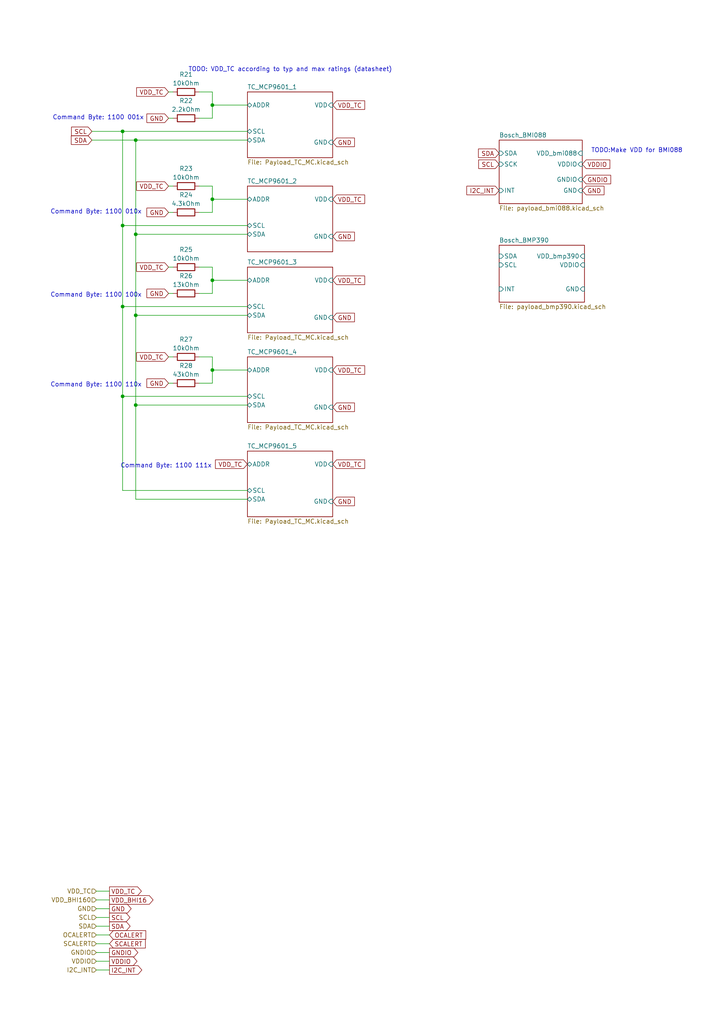
<source format=kicad_sch>
(kicad_sch (version 20230121) (generator eeschema)
  (paper "A4" portrait)
  (lib_symbols
    (symbol "Device:R" (pin_numbers hide) (pin_names (offset 0))
      (property "Reference" "R" (at 2.032 0 90))
      (property "Value" "R" (at 0 0 90))
      (symbol "R_0_1"
        (rectangle (start -1.016 -2.54) (end 1.016 2.54) (stroke (width 0.254)))
      )
      (symbol "R_1_1"
        (pin passive line (at 0 3.81 270) (length 1.27) (name "~") (number "1"))
        (pin passive line (at 0 -3.81 90) (length 1.27) (name "~") (number "2"))
      )
    )
  )
  (junction (at 39.37 40.64))
  (junction (at 61.595 81.28))
  (junction (at 61.595 57.785))
  (junction (at 61.595 30.48))
  (junction (at 39.37 117.475))
  (junction (at 35.56 114.935))
  (junction (at 39.37 67.945))
  (junction (at 61.595 107.315))
  (junction (at 35.56 88.9))
  (junction (at 35.56 38.1))
  (junction (at 39.37 91.44))
  (junction (at 35.56 65.405))
  (wire (pts (xy 48.895 103.505) (xy 50.165 103.505)))
  (wire (pts (xy 61.595 103.505) (xy 61.595 107.315)))
  (wire (pts (xy 61.595 81.28) (xy 61.595 85.09)))
  (wire (pts (xy 57.785 26.67) (xy 61.595 26.67)))
  (wire (pts (xy 57.785 77.47) (xy 61.595 77.47)))
  (wire (pts (xy 35.56 38.1) (xy 35.56 65.405)))
  (wire (pts (xy 35.56 142.24) (xy 35.56 114.935)))
  (wire (pts (xy 27.94 278.765) (xy 31.75 278.765)))
  (wire (pts (xy 48.895 26.67) (xy 50.165 26.67)))
  (wire (pts (xy 27.94 266.065) (xy 31.75 266.065)))
  (wire (pts (xy 35.56 65.405) (xy 35.56 88.9)))
  (wire (pts (xy 39.37 91.44) (xy 71.755 91.44)))
  (wire (pts (xy 71.755 57.785) (xy 61.595 57.785)))
  (wire (pts (xy 39.37 117.475) (xy 71.755 117.475)))
  (wire (pts (xy 39.37 40.64) (xy 39.37 67.945)))
  (wire (pts (xy 27.94 276.225) (xy 31.75 276.225)))
  (wire (pts (xy 48.895 53.975) (xy 50.165 53.975)))
  (wire (pts (xy 61.595 53.975) (xy 61.595 57.785)))
  (wire (pts (xy 39.37 67.945) (xy 39.37 91.44)))
  (wire (pts (xy 61.595 107.315) (xy 71.755 107.315)))
  (wire (pts (xy 27.94 263.525) (xy 31.75 263.525)))
  (wire (pts (xy 35.56 114.935) (xy 71.755 114.935)))
  (wire (pts (xy 48.895 85.09) (xy 50.165 85.09)))
  (wire (pts (xy 27.94 258.445) (xy 31.75 258.445)))
  (wire (pts (xy 48.895 111.125) (xy 50.165 111.125)))
  (wire (pts (xy 61.595 57.785) (xy 61.595 61.595)))
  (wire (pts (xy 27.94 268.605) (xy 31.75 268.605)))
  (wire (pts (xy 39.37 117.475) (xy 39.37 144.78)))
  (wire (pts (xy 27.94 273.685) (xy 31.75 273.685)))
  (wire (pts (xy 57.785 85.09) (xy 61.595 85.09)))
  (wire (pts (xy 35.56 88.9) (xy 35.56 114.935)))
  (wire (pts (xy 61.595 30.48) (xy 71.755 30.48)))
  (wire (pts (xy 48.895 61.595) (xy 50.165 61.595)))
  (wire (pts (xy 61.595 30.48) (xy 61.595 34.29)))
  (wire (pts (xy 61.595 26.67) (xy 61.595 30.48)))
  (wire (pts (xy 39.37 40.64) (xy 71.755 40.64)))
  (wire (pts (xy 61.595 107.315) (xy 61.595 111.125)))
  (wire (pts (xy 48.895 77.47) (xy 50.165 77.47)))
  (wire (pts (xy 71.755 81.28) (xy 61.595 81.28)))
  (wire (pts (xy 48.895 34.29) (xy 50.165 34.29)))
  (wire (pts (xy 61.595 77.47) (xy 61.595 81.28)))
  (wire (pts (xy 39.37 91.44) (xy 39.37 117.475)))
  (wire (pts (xy 27.94 271.145) (xy 31.75 271.145)))
  (wire (pts (xy 27.94 260.985) (xy 31.75 260.985)))
  (wire (pts (xy 35.56 65.405) (xy 71.755 65.405)))
  (wire (pts (xy 39.37 67.945) (xy 71.755 67.945)))
  (wire (pts (xy 57.785 103.505) (xy 61.595 103.505)))
  (wire (pts (xy 26.67 38.1) (xy 35.56 38.1)))
  (wire (pts (xy 57.785 34.29) (xy 61.595 34.29)))
  (wire (pts (xy 39.37 144.78) (xy 71.755 144.78)))
  (wire (pts (xy 35.56 142.24) (xy 71.755 142.24)))
  (wire (pts (xy 35.56 38.1) (xy 71.755 38.1)))
  (wire (pts (xy 57.785 111.125) (xy 61.595 111.125)))
  (wire (pts (xy 57.785 53.975) (xy 61.595 53.975)))
  (wire (pts (xy 26.67 40.64) (xy 39.37 40.64)))
  (wire (pts (xy 35.56 88.9) (xy 71.755 88.9)))
  (wire (pts (xy 27.94 281.305) (xy 31.75 281.305)))
  (wire (pts (xy 57.785 61.595) (xy 61.595 61.595)))
  (text "Command Byte: 1100 111x" (at 34.925 135.89 0) (effects (font (size 1.27 1.27)) (justify left bottom)))
  (text "Command Byte: 1100 001x" (at 15.24 34.925 0) (effects (font (size 1.27 1.27)) (justify left bottom)))
  (text "Command Byte: 1100 110x" (at 14.605 112.395 0) (effects (font (size 1.27 1.27)) (justify left bottom)))
  (text "TODO: VDD_TC according to typ and max ratings (datasheet)" (at 54.61 20.955 0) (effects (font (size 1.27 1.27)) (justify left bottom)))
  (text "Command Byte: 1100 100x" (at 14.605 86.36 0) (effects (font (size 1.27 1.27)) (justify left bottom)))
  (text "TODO:Make VDD for BMI088\n" (at 171.45 44.45 0) (effects (font (size 1.27 1.27)) (justify left bottom)))
  (text "Command Byte: 1100 010x" (at 14.605 62.23 0) (effects (font (size 1.27 1.27)) (justify left bottom)))
  (global_label "SDA" (shape input) (at 144.78 44.45 180) (property "Intersheetrefs" "${INTERSHEET_REFS}" (effects hide)))
  (global_label "GND" (shape input) (at 48.895 111.125 180) (property "Intersheetrefs" "${INTERSHEET_REFS}" (effects hide)))
  (global_label "VDD_TC" (shape input) (at 48.895 103.505 180) (property "Intersheetrefs" "${INTERSHEET_REFS}" (effects hide)))
  (global_label "SDA" (shape input) (at 26.67 40.64 180) (property "Intersheetrefs" "${INTERSHEET_REFS}" (effects hide)))
  (global_label "VDD_TC" (shape input) (at 96.52 134.62 0) (property "Intersheetrefs" "${INTERSHEET_REFS}" (effects hide)))
  (global_label "GND" (shape input) (at 96.52 145.415 0) (property "Intersheetrefs" "${INTERSHEET_REFS}" (effects hide)))
  (global_label "GND" (shape input) (at 96.52 92.075 0) (property "Intersheetrefs" "${INTERSHEET_REFS}" (effects hide)))
  (global_label "SCALERT" (shape input) (at 31.75 273.685 0) (property "Intersheetrefs" "${INTERSHEET_REFS}" (effects hide)))
  (global_label "VDD_TC" (shape input) (at 48.895 26.67 180) (property "Intersheetrefs" "${INTERSHEET_REFS}" (effects hide)))
  (global_label "VDD_TC" (shape input) (at 71.755 134.62 180) (property "Intersheetrefs" "${INTERSHEET_REFS}" (effects hide)))
  (global_label "GND" (shape input) (at 96.52 68.58 0) (property "Intersheetrefs" "${INTERSHEET_REFS}" (effects hide)))
  (global_label "GNDIO" (shape output) (at 31.75 276.225 0) (property "Intersheetrefs" "${INTERSHEET_REFS}" (effects hide)))
  (global_label "VDD_TC" (shape input) (at 96.52 57.785 0) (property "Intersheetrefs" "${INTERSHEET_REFS}" (effects hide)))
  (global_label "SCL" (shape output) (at 31.75 266.065 0) (property "Intersheetrefs" "${INTERSHEET_REFS}" (effects hide)))
  (global_label "VDD_TC" (shape input) (at 96.52 81.28 0) (property "Intersheetrefs" "${INTERSHEET_REFS}" (effects hide)))
  (global_label "VDD_TC" (shape input) (at 48.895 77.47 180) (property "Intersheetrefs" "${INTERSHEET_REFS}" (effects hide)))
  (global_label "SCL" (shape input) (at 26.67 38.1 180) (property "Intersheetrefs" "${INTERSHEET_REFS}" (effects hide)))
  (global_label "GND" (shape input) (at 48.895 34.29 180) (property "Intersheetrefs" "${INTERSHEET_REFS}" (effects hide)))
  (global_label "GND" (shape input) (at 168.91 55.245 0) (property "Intersheetrefs" "${INTERSHEET_REFS}" (effects hide)))
  (global_label "GND" (shape input) (at 48.895 85.09 180) (property "Intersheetrefs" "${INTERSHEET_REFS}" (effects hide)))
  (global_label "VDD_TC" (shape input) (at 48.895 53.975 180) (property "Intersheetrefs" "${INTERSHEET_REFS}" (effects hide)))
  (global_label "GND" (shape input) (at 96.52 41.275 0) (property "Intersheetrefs" "${INTERSHEET_REFS}" (effects hide)))
  (global_label "VDD_TC" (shape output) (at 31.75 258.445 0) (property "Intersheetrefs" "${INTERSHEET_REFS}" (effects hide)))
  (global_label "I2C_INT" (shape input) (at 144.78 55.245 180) (property "Intersheetrefs" "${INTERSHEET_REFS}" (effects hide)))
  (global_label "VDD_BHI16" (shape output) (at 31.75 260.985 0) (property "Intersheetrefs" "${INTERSHEET_REFS}" (effects hide)))
  (global_label "GND" (shape output) (at 31.75 263.525 0) (property "Intersheetrefs" "${INTERSHEET_REFS}" (effects hide)))
  (global_label "VDD_TC" (shape input) (at 96.52 107.315 0) (property "Intersheetrefs" "${INTERSHEET_REFS}" (effects hide)))
  (global_label "SCL" (shape input) (at 144.78 47.625 180) (property "Intersheetrefs" "${INTERSHEET_REFS}" (effects hide)))
  (global_label "GNDIO" (shape input) (at 168.91 52.07 0) (property "Intersheetrefs" "${INTERSHEET_REFS}" (effects hide)))
  (global_label "VDDIO" (shape input) (at 168.91 47.625 0) (property "Intersheetrefs" "${INTERSHEET_REFS}" (effects hide)))
  (global_label "OCALERT" (shape input) (at 31.75 271.145 0) (property "Intersheetrefs" "${INTERSHEET_REFS}" (effects hide)))
  (global_label "VDD_TC" (shape input) (at 96.52 30.48 0) (property "Intersheetrefs" "${INTERSHEET_REFS}" (effects hide)))
  (global_label "GND" (shape input) (at 96.52 118.11 0) (property "Intersheetrefs" "${INTERSHEET_REFS}" (effects hide)))
  (global_label "VDDIO" (shape output) (at 31.75 278.765 0) (property "Intersheetrefs" "${INTERSHEET_REFS}" (effects hide)))
  (global_label "SDA" (shape output) (at 31.75 268.605 0) (property "Intersheetrefs" "${INTERSHEET_REFS}" (effects hide)))
  (global_label "GND" (shape input) (at 48.895 61.595 180) (property "Intersheetrefs" "${INTERSHEET_REFS}" (effects hide)))
  (global_label "I2C_INT" (shape output) (at 31.75 281.305 0) (property "Intersheetrefs" "${INTERSHEET_REFS}" (effects hide)))
  (hierarchical_label "VDD_TC" (shape input) (at 27.94 258.445 180))
  (hierarchical_label "GND" (shape input) (at 27.94 263.525 180))
  (hierarchical_label "SCALERT" (shape input) (at 27.94 273.685 180))
  (hierarchical_label "VDD_BHI160" (shape input) (at 27.94 260.985 180))
  (hierarchical_label "GNDIO" (shape input) (at 27.94 276.225 180))
  (hierarchical_label "SDA" (shape input) (at 27.94 268.605 180))
  (hierarchical_label "SCL" (shape input) (at 27.94 266.065 180))
  (hierarchical_label "OCALERT" (shape input) (at 27.94 271.145 180))
  (hierarchical_label "VDDIO" (shape input) (at 27.94 278.765 180))
  (hierarchical_label "I2C_INT" (shape input) (at 27.94 281.305 180))
  (symbol (lib_id "Device:R") (at 53.975 61.595 90) (unit 1)
    (property "Reference" "R24" (at 53.975 56.515 90))
    (property "Value" "4.3kOhm" (at 53.975 59.055 90))
  )
  (symbol (lib_id "Device:R") (at 53.975 103.505 90) (unit 1)
    (property "Reference" "R27" (at 53.975 98.425 90))
    (property "Value" "10kOhm" (at 53.975 100.965 90))
  )
  (symbol (lib_id "Device:R") (at 53.975 111.125 90) (unit 1)
    (property "Reference" "R28" (at 53.975 106.045 90))
    (property "Value" "43kOhm" (at 53.975 108.585 90))
  )
  (symbol (lib_id "Device:R") (at 53.975 34.29 90) (unit 1)
    (property "Reference" "R22" (at 53.975 29.21 90))
    (property "Value" "2.2kOhm" (at 53.975 31.75 90))
  )
  (symbol (lib_id "Device:R") (at 53.975 53.975 90) (unit 1)
    (property "Reference" "R23" (at 53.975 48.895 90))
    (property "Value" "10kOhm" (at 53.975 51.435 90))
  )
  (symbol (lib_id "Device:R") (at 53.975 85.09 90) (unit 1)
    (property "Reference" "R26" (at 53.975 80.01 90))
    (property "Value" "13kOhm" (at 53.975 82.55 90))
  )
  (symbol (lib_id "Device:R") (at 53.975 26.67 90) (unit 1)
    (property "Reference" "R21" (at 53.975 21.59 90))
    (property "Value" "10kOhm" (at 53.975 24.13 90))
  )
  (symbol (lib_id "Device:R") (at 53.975 77.47 90) (unit 1)
    (property "Reference" "R25" (at 53.975 72.39 90))
    (property "Value" "10kOhm" (at 53.975 74.93 90))
  )
  (sheet (at 71.755 53.975) (size 24.765 19.05) (stroke (width 0.1524))
    (property "Sheetname" "TC_MCP9601_2" (at 71.755 53.2634 0) (effects (justify left bottom)))
    (property "Sheetfile" "Payload_TC_MC.kicad_sch" (effects hide))
    (pin "VDD" input (at 96.52 57.785 0))
    (pin "GND" input (at 96.52 68.58 0))
    (pin "ADDR" bidirectional (at 71.755 57.785 180))
    (pin "SCL" bidirectional (at 71.755 65.405 180))
    (pin "SDA" bidirectional (at 71.755 67.945 180))
  )
  (sheet (at 144.78 40.64) (size 24.13 18.415) (stroke (width 0.1524))
    (property "Sheetname" "Bosch_BMI088" (at 144.78 39.9284 0) (effects (justify left bottom)))
    (property "Sheetfile" "payload_bmi088.kicad_sch" (at 144.78 59.6396 0) (effects (justify left top)))
    (pin "GNDIO" input (at 168.91 52.07 0))
    (pin "SCK" input (at 144.78 47.625 180))
    (pin "SDA" input (at 144.78 44.45 180))
    (pin "INT" input (at 144.78 55.245 180))
    (pin "GND" input (at 168.91 55.245 0))
    (pin "VDDIO" input (at 168.91 47.625 0))
    (pin "VDD_bmi088" input (at 168.91 44.45 0))
  )
  (sheet (at 71.755 77.47) (size 24.765 19.05) (stroke (width 0.1524))
    (property "Sheetname" "TC_MCP9601_3" (at 71.755 76.7584 0) (effects (justify left bottom)))
    (property "Sheetfile" "Payload_TC_MC.kicad_sch" (at 71.755 97.1046 0) (effects (justify left top)))
    (pin "VDD" input (at 96.52 81.28 0))
    (pin "GND" input (at 96.52 92.075 0))
    (pin "ADDR" bidirectional (at 71.755 81.28 180))
    (pin "SCL" bidirectional (at 71.755 88.9 180))
    (pin "SDA" bidirectional (at 71.755 91.44 180))
  )
  (sheet (at 71.755 103.505) (size 24.765 19.05) (stroke (width 0.1524))
    (property "Sheetname" "TC_MCP9601_4" (at 71.755 102.7934 0) (effects (justify left bottom)))
    (property "Sheetfile" "Payload_TC_MC.kicad_sch" (at 71.755 123.1396 0) (effects (justify left top)))
    (pin "VDD" input (at 96.52 107.315 0))
    (pin "GND" input (at 96.52 118.11 0))
    (pin "ADDR" bidirectional (at 71.755 107.315 180))
    (pin "SCL" bidirectional (at 71.755 114.935 180))
    (pin "SDA" bidirectional (at 71.755 117.475 180))
  )
  (sheet (at 71.755 130.81) (size 24.765 19.05) (stroke (width 0.1524))
    (property "Sheetname" "TC_MCP9601_5" (at 71.755 130.0984 0) (effects (justify left bottom)))
    (property "Sheetfile" "Payload_TC_MC.kicad_sch" (at 71.755 150.4446 0) (effects (justify left top)))
    (pin "VDD" input (at 96.52 134.62 0))
    (pin "GND" input (at 96.52 145.415 0))
    (pin "ADDR" bidirectional (at 71.755 134.62 180))
    (pin "SCL" bidirectional (at 71.755 142.24 180))
    (pin "SDA" bidirectional (at 71.755 144.78 180))
  )
  (sheet (at 71.755 26.67) (size 24.765 19.05) (stroke (width 0.1524))
    (property "Sheetname" "TC_MCP9601_1" (at 71.755 25.9584 0) (effects (justify left bottom)))
    (property "Sheetfile" "Payload_TC_MC.kicad_sch" (at 71.755 46.3046 0) (effects (justify left top)))
    (pin "VDD" input (at 96.52 30.48 0))
    (pin "GND" input (at 96.52 41.275 0))
    (pin "ADDR" bidirectional (at 71.755 30.48 180))
    (pin "SCL" bidirectional (at 71.755 38.1 180))
    (pin "SDA" bidirectional (at 71.755 40.64 180))
  )
  (sheet (at 144.78 71.12) (size 24.765 16.51) (stroke (width 0.1524))
    (property "Sheetname" "Bosch_BMP390" (at 144.78 70.4084 0) (effects (justify left bottom)))
    (property "Sheetfile" "payload_bmp390.kicad_sch" (at 144.78 88.2146 0) (effects (justify left top)))
    (pin "VDDIO" input (at 169.545 76.835 0))
    (pin "SDA" input (at 144.78 74.295 180))
    (pin "INT" input (at 144.78 83.82 180))
    (pin "SCL" input (at 144.78 76.835 180))
    (pin "VDD_bmp390" input (at 169.545 74.295 0))
    (pin "GND" input (at 169.545 83.82 0))
  )
)
</source>
